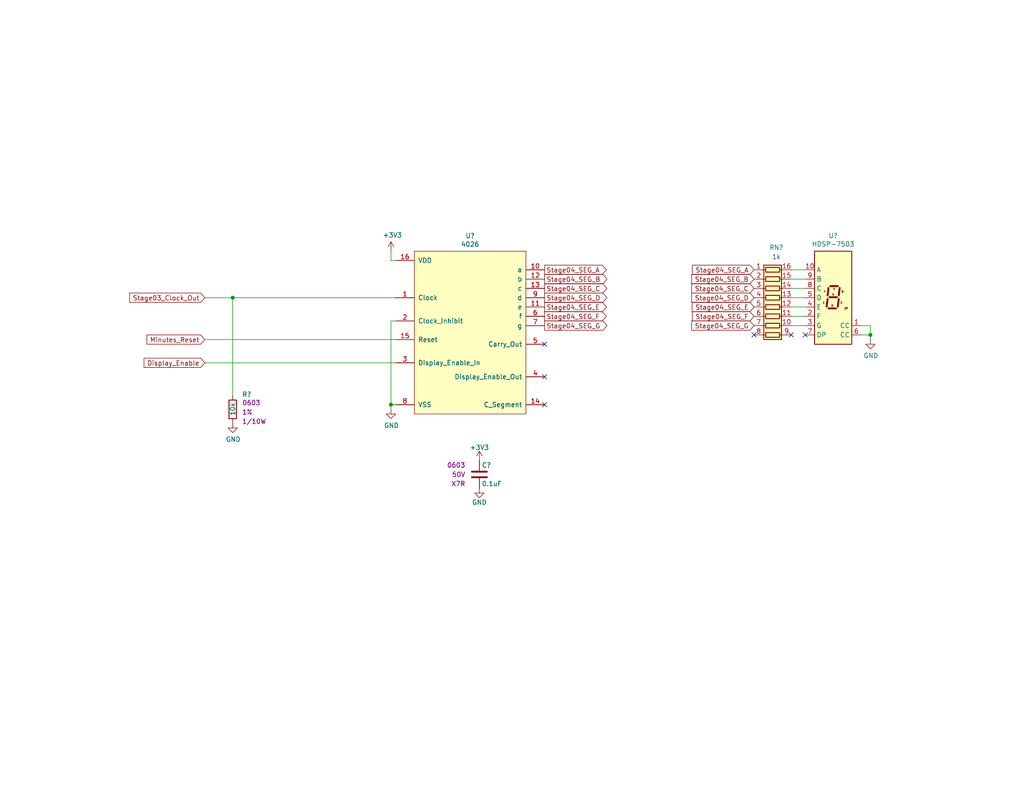
<source format=kicad_sch>
(kicad_sch (version 20230121) (generator eeschema)
  (paper "A")
  (title_block (title "Stopwatch") (date "2024-01-11") (rev "A") (company "Drew Maatman"))
  (lib_symbols
    (symbol "Custom_Library:4026" (pin_names (offset 1.016))
      (property "Reference" "U" (at 30.48 -43.18 0))
      (property "Value" "4026" (at 20.32 3.81 0))
      (symbol "4026_0_1"
        (rectangle (start 5.08 2.54) (end 35.56 -41.91) (fill (type background)))
      )
      (symbol "4026_1_1"
        (pin input line (at 0 -10.16 0) (length 5.08) (name "Clock") (number "1"))
        (pin output line (at 40.64 -2.54 180) (length 5.08) (name "a") (number "10"))
        (pin output line (at 40.64 -12.7 180) (length 5.08) (name "e") (number "11"))
        (pin output line (at 40.64 -5.08 180) (length 5.08) (name "b") (number "12"))
        (pin output line (at 40.64 -7.62 180) (length 5.08) (name "c") (number "13"))
        (pin output line (at 40.64 -39.37 180) (length 5.08) (name "C_Segment") (number "14"))
        (pin input line (at 0 -21.59 0) (length 5.08) (name "Reset") (number "15"))
        (pin power_in line (at 0 0 0) (length 5.08) (name "VDD") (number "16"))
        (pin input line (at 0 -16.51 0) (length 5.08) (name "Clock_Inhibit") (number "2"))
        (pin input line (at 0 -27.94 0) (length 5.08) (name "Display_Enable_In") (number "3"))
        (pin output line (at 40.64 -31.75 180) (length 5.08) (name "Display_Enable_Out") (number "4"))
        (pin output line (at 40.64 -22.86 180) (length 5.08) (name "Carry_Out") (number "5"))
        (pin output line (at 40.64 -15.24 180) (length 5.08) (name "f") (number "6"))
        (pin output line (at 40.64 -17.78 180) (length 5.08) (name "g") (number "7"))
        (pin power_in line (at 0 -39.37 0) (length 5.08) (name "VSS") (number "8"))
        (pin output line (at 40.64 -10.16 180) (length 5.08) (name "d") (number "9"))
      )
    )
    (symbol "Custom_Library:C_Custom" (pin_numbers hide) (pin_names (offset 0.254))
      (property "Reference" "C" (at 0.635 2.54 0))
      (property "Value" "C_Custom" (at 0.635 -2.54 0))
      (property "display_footprint" "Foot" (at -3.81 2.54 0))
      (property "Voltage" "V" (at -3.81 0 0))
      (property "Dielectric" "Er" (at -3.81 -2.54 0))
      (symbol "C_Custom_0_1"
        (polyline (pts (xy -2.032 -0.762) (xy 2.032 -0.762)) (stroke (width 0.508)))
        (polyline (pts (xy -2.032 0.762) (xy 2.032 0.762)) (stroke (width 0.508)))
      )
      (symbol "C_Custom_1_1"
        (pin passive line (at 0 3.81 270) (length 2.794) (name "~") (number "1"))
        (pin passive line (at 0 -3.81 90) (length 2.794) (name "~") (number "2"))
      )
    )
    (symbol "Custom_Library:R_Custom" (pin_numbers hide) (pin_names (offset 1.016) hide)
      (property "Reference" "R" (at -2.54 0 90))
      (property "Value" "R_Custom" (at 0 0 90))
      (property "display_footprint" "Foot" (at 2.54 0 90))
      (property "Tolerance" "Tol" (at 5.08 0 90))
      (property "Wattage" "W" (at 7.62 0 90))
      (symbol "R_Custom_0_1"
        (rectangle (start 1.016 2.54) (end -1.016 -2.54) (stroke (width 0.254)))
      )
      (symbol "R_Custom_1_1"
        (pin passive line (at 0 3.81 270) (length 1.27) (name "1") (number "1"))
        (pin passive line (at 0 -3.81 90) (length 1.27) (name "2") (number "2"))
      )
    )
    (symbol "Device:R_Pack08" (pin_names (offset 0) hide)
      (property "Reference" "RN" (at -12.7 0 90))
      (property "Value" "R_Pack08" (at 10.16 0 90))
      (symbol "R_Pack08_0_1"
        (rectangle (start -11.43 -2.413) (end 8.89 2.413) (stroke (width 0.254)) (fill (type background)))
        (rectangle (start -10.795 1.905) (end -9.525 -1.905) (stroke (width 0.254)))
        (rectangle (start -8.255 1.905) (end -6.985 -1.905) (stroke (width 0.254)))
        (rectangle (start -5.715 1.905) (end -4.445 -1.905) (stroke (width 0.254)))
        (rectangle (start -3.175 1.905) (end -1.905 -1.905) (stroke (width 0.254)))
        (rectangle (start -0.635 1.905) (end 0.635 -1.905) (stroke (width 0.254)))
        (polyline (pts (xy -10.16 -2.54) (xy -10.16 -1.905)))
        (polyline (pts (xy -10.16 1.905) (xy -10.16 2.54)))
        (polyline (pts (xy -7.62 -2.54) (xy -7.62 -1.905)))
        (polyline (pts (xy -7.62 1.905) (xy -7.62 2.54)))
        (polyline (pts (xy -5.08 -2.54) (xy -5.08 -1.905)))
        (polyline (pts (xy -5.08 1.905) (xy -5.08 2.54)))
        (polyline (pts (xy -2.54 -2.54) (xy -2.54 -1.905)))
        (polyline (pts (xy -2.54 1.905) (xy -2.54 2.54)))
        (polyline (pts (xy 0 -2.54) (xy 0 -1.905)))
        (polyline (pts (xy 0 1.905) (xy 0 2.54)))
        (polyline (pts (xy 2.54 -2.54) (xy 2.54 -1.905)))
        (polyline (pts (xy 2.54 1.905) (xy 2.54 2.54)))
        (polyline (pts (xy 5.08 -2.54) (xy 5.08 -1.905)))
        (polyline (pts (xy 5.08 1.905) (xy 5.08 2.54)))
        (polyline (pts (xy 7.62 -2.54) (xy 7.62 -1.905)))
        (polyline (pts (xy 7.62 1.905) (xy 7.62 2.54)))
        (rectangle (start 1.905 1.905) (end 3.175 -1.905) (stroke (width 0.254)))
        (rectangle (start 4.445 1.905) (end 5.715 -1.905) (stroke (width 0.254)))
        (rectangle (start 6.985 1.905) (end 8.255 -1.905) (stroke (width 0.254)))
      )
      (symbol "R_Pack08_1_1"
        (pin passive line (at -10.16 -5.08 90) (length 2.54) (name "R1.1") (number "1"))
        (pin passive line (at 5.08 5.08 270) (length 2.54) (name "R7.2") (number "10"))
        (pin passive line (at 2.54 5.08 270) (length 2.54) (name "R6.2") (number "11"))
        (pin passive line (at 0 5.08 270) (length 2.54) (name "R5.2") (number "12"))
        (pin passive line (at -2.54 5.08 270) (length 2.54) (name "R4.2") (number "13"))
        (pin passive line (at -5.08 5.08 270) (length 2.54) (name "R3.2") (number "14"))
        (pin passive line (at -7.62 5.08 270) (length 2.54) (name "R2.2") (number "15"))
        (pin passive line (at -10.16 5.08 270) (length 2.54) (name "R1.2") (number "16"))
        (pin passive line (at -7.62 -5.08 90) (length 2.54) (name "R2.1") (number "2"))
        (pin passive line (at -5.08 -5.08 90) (length 2.54) (name "R3.1") (number "3"))
        (pin passive line (at -2.54 -5.08 90) (length 2.54) (name "R4.1") (number "4"))
        (pin passive line (at 0 -5.08 90) (length 2.54) (name "R5.1") (number "5"))
        (pin passive line (at 2.54 -5.08 90) (length 2.54) (name "R6.1") (number "6"))
        (pin passive line (at 5.08 -5.08 90) (length 2.54) (name "R7.1") (number "7"))
        (pin passive line (at 7.62 -5.08 90) (length 2.54) (name "R8.1") (number "8"))
        (pin passive line (at 7.62 5.08 270) (length 2.54) (name "R8.2") (number "9"))
      )
    )
    (symbol "Display_Character:HDSP-7503"
      (property "Reference" "U" (at -3.81 13.97 0))
      (property "Value" "HDSP-7503" (at 6.35 13.97 0))
      (symbol "HDSP-7503_1_0"
        (text "A" (at 0.254 2.413 0) (effects (font (size 0.508 0.508))))
        (text "B" (at 2.54 1.651 0) (effects (font (size 0.508 0.508))))
        (text "C" (at 2.286 -1.397 0) (effects (font (size 0.508 0.508))))
        (text "D" (at -0.254 -2.159 0) (effects (font (size 0.508 0.508))))
        (text "DP" (at 3.556 -2.921 0) (effects (font (size 0.508 0.508))))
        (text "E" (at -2.54 -1.397 0) (effects (font (size 0.508 0.508))))
        (text "F" (at -2.286 1.651 0) (effects (font (size 0.508 0.508))))
        (text "G" (at 0 0.889 0) (effects (font (size 0.508 0.508))))
      )
      (symbol "HDSP-7503_1_1"
        (rectangle (start -5.08 12.7) (end 5.08 -12.7) (stroke (width 0.254)) (fill (type background)))
        (polyline (pts (xy -1.524 -0.381) (xy -1.778 -2.413)) (stroke (width 0.508)))
        (polyline (pts (xy -1.27 -2.921) (xy 0.762 -2.921)) (stroke (width 0.508)))
        (polyline (pts (xy -1.27 2.667) (xy -1.524 0.635)) (stroke (width 0.508)))
        (polyline (pts (xy -1.016 0.127) (xy 1.016 0.127)) (stroke (width 0.508)))
        (polyline (pts (xy -0.762 3.175) (xy 1.27 3.175)) (stroke (width 0.508)))
        (polyline (pts (xy 1.524 -0.381) (xy 1.27 -2.413)) (stroke (width 0.508)))
        (polyline (pts (xy 1.778 2.667) (xy 1.524 0.635)) (stroke (width 0.508)))
        (polyline (pts (xy 2.54 -2.921) (xy 2.54 -2.921)) (stroke (width 0.508)))
        (pin input line (at 7.62 -7.62 180) (length 2.54) (name "CC") (number "1"))
        (pin input line (at -7.62 7.62 0) (length 2.54) (name "A") (number "10"))
        (pin input line (at -7.62 -5.08 0) (length 2.54) (name "F") (number "2"))
        (pin input line (at -7.62 -7.62 0) (length 2.54) (name "G") (number "3"))
        (pin input line (at -7.62 -2.54 0) (length 2.54) (name "E") (number "4"))
        (pin input line (at -7.62 0 0) (length 2.54) (name "D") (number "5"))
        (pin input line (at 7.62 -10.16 180) (length 2.54) (name "CC") (number "6"))
        (pin input line (at -7.62 -10.16 0) (length 2.54) (name "DP") (number "7"))
        (pin input line (at -7.62 2.54 0) (length 2.54) (name "C") (number "8"))
        (pin input line (at -7.62 5.08 0) (length 2.54) (name "B") (number "9"))
      )
    )
    (symbol "Incrementor-rescue:+3.3V-power" (power) (pin_names (offset 0))
      (property "Value" "+3.3V-power" (at 0 3.556 0))
      (symbol "+3.3V-power_0_1"
        (polyline (pts (xy -0.762 1.27) (xy 0 2.54)))
        (polyline (pts (xy 0 0) (xy 0 2.54)))
        (polyline (pts (xy 0 2.54) (xy 0.762 1.27)))
      )
      (symbol "+3.3V-power_1_1"
        (pin power_in line (at 0 0 90) (length 0) hide (name "+3V3") (number "1"))
      )
    )
    (symbol "power:GND" (power) (pin_names (offset 0))
      (property "Value" "GND" (at 0 -3.81 0))
      (symbol "GND_0_1"
        (polyline (pts (xy 0 0) (xy 0 -1.27) (xy 1.27 -1.27) (xy 0 -2.54) (xy -1.27 -1.27) (xy 0 -1.27)))
      )
      (symbol "GND_1_1"
        (pin power_in line (at 0 0 270) (length 0) hide (name "GND") (number "1"))
      )
    )
  )
  (junction (at 106.68 110.49))
  (junction (at 237.49 91.44))
  (junction (at 63.5 81.28))
  (no_connect (at 148.59 93.98))
  (no_connect (at 148.59 110.49))
  (no_connect (at 219.71 91.44))
  (no_connect (at 205.74 91.44))
  (no_connect (at 148.59 102.87))
  (no_connect (at 215.9 91.44))
  (wire (pts (xy 215.9 83.82) (xy 219.71 83.82)))
  (wire (pts (xy 215.9 76.2) (xy 219.71 76.2)))
  (wire (pts (xy 55.88 92.71) (xy 107.95 92.71)))
  (wire (pts (xy 237.49 91.44) (xy 237.49 88.9)))
  (wire (pts (xy 106.68 68.58) (xy 106.68 71.12)))
  (wire (pts (xy 215.9 81.28) (xy 219.71 81.28)))
  (wire (pts (xy 55.88 99.06) (xy 107.95 99.06)))
  (wire (pts (xy 215.9 78.74) (xy 219.71 78.74)))
  (wire (pts (xy 106.68 111.76) (xy 106.68 110.49)))
  (wire (pts (xy 106.68 71.12) (xy 107.95 71.12)))
  (wire (pts (xy 106.68 87.63) (xy 106.68 110.49)))
  (wire (pts (xy 63.5 81.28) (xy 63.5 107.95)))
  (wire (pts (xy 107.95 81.28) (xy 63.5 81.28)))
  (wire (pts (xy 234.95 91.44) (xy 237.49 91.44)))
  (wire (pts (xy 215.9 86.36) (xy 219.71 86.36)))
  (wire (pts (xy 237.49 88.9) (xy 234.95 88.9)))
  (wire (pts (xy 107.95 87.63) (xy 106.68 87.63)))
  (wire (pts (xy 237.49 92.71) (xy 237.49 91.44)))
  (wire (pts (xy 215.9 88.9) (xy 219.71 88.9)))
  (wire (pts (xy 215.9 73.66) (xy 219.71 73.66)))
  (wire (pts (xy 106.68 110.49) (xy 107.95 110.49)))
  (wire (pts (xy 55.88 81.28) (xy 63.5 81.28)))
  (global_label "Stage04_SEG_G" (shape output) (at 148.59 88.9 0) (property "Intersheetrefs" "${INTERSHEET_REFS}" (effects hide)))
  (global_label "Minutes_Reset" (shape input) (at 55.88 92.71 180) (property "Intersheetrefs" "${INTERSHEET_REFS}" (effects hide)))
  (global_label "Stage04_SEG_B" (shape output) (at 148.59 76.2 0) (property "Intersheetrefs" "${INTERSHEET_REFS}" (effects hide)))
  (global_label "Stage04_SEG_E" (shape input) (at 205.74 83.82 180) (property "Intersheetrefs" "${INTERSHEET_REFS}" (effects hide)))
  (global_label "Stage04_SEG_G" (shape input) (at 205.74 88.9 180) (property "Intersheetrefs" "${INTERSHEET_REFS}" (effects hide)))
  (global_label "Stage03_Clock_Out" (shape input) (at 55.88 81.28 180) (property "Intersheetrefs" "${INTERSHEET_REFS}" (effects hide)))
  (global_label "Stage04_SEG_D" (shape output) (at 148.59 81.28 0) (property "Intersheetrefs" "${INTERSHEET_REFS}" (effects hide)))
  (global_label "Stage04_SEG_E" (shape output) (at 148.59 83.82 0) (property "Intersheetrefs" "${INTERSHEET_REFS}" (effects hide)))
  (global_label "Stage04_SEG_F" (shape input) (at 205.74 86.36 180) (property "Intersheetrefs" "${INTERSHEET_REFS}" (effects hide)))
  (global_label "Stage04_SEG_B" (shape input) (at 205.74 76.2 180) (property "Intersheetrefs" "${INTERSHEET_REFS}" (effects hide)))
  (global_label "Stage04_SEG_C" (shape output) (at 148.59 78.74 0) (property "Intersheetrefs" "${INTERSHEET_REFS}" (effects hide)))
  (global_label "Stage04_SEG_A" (shape input) (at 205.74 73.66 180) (property "Intersheetrefs" "${INTERSHEET_REFS}" (effects hide)))
  (global_label "Display_Enable" (shape input) (at 55.88 99.06 180) (property "Intersheetrefs" "${INTERSHEET_REFS}" (effects hide)))
  (global_label "Stage04_SEG_C" (shape input) (at 205.74 78.74 180) (property "Intersheetrefs" "${INTERSHEET_REFS}" (effects hide)))
  (global_label "Stage04_SEG_F" (shape output) (at 148.59 86.36 0) (property "Intersheetrefs" "${INTERSHEET_REFS}" (effects hide)))
  (global_label "Stage04_SEG_A" (shape output) (at 148.59 73.66 0) (property "Intersheetrefs" "${INTERSHEET_REFS}" (effects hide)))
  (global_label "Stage04_SEG_D" (shape input) (at 205.74 81.28 180) (property "Intersheetrefs" "${INTERSHEET_REFS}" (effects hide)))
  (symbol (lib_id "Custom_Library:R_Custom") (at 63.5 111.76 0) (unit 1)
    (property "Reference" "R?" (at 66.04 107.696 0) (effects (justify left)))
    (property "Value" "10k" (at 63.5 113.538 90) (effects (justify left)))
    (property "Footprint" "Resistors_SMD:R_0603" (effects hide))
    (property "display_footprint" "0603" (at 66.04 109.982 0) (effects (justify left)))
    (property "Tolerance" "1%" (at 66.04 112.522 0) (effects (justify left)))
    (property "Wattage" "1/10W" (at 66.04 115.062 0) (effects (justify left)))
    (property "Digi-Key PN" "RMCF0603FT10K0CT-ND" (effects hide))
  )
  (symbol (lib_id "Display_Character:HDSP-7503") (at 227.33 81.28 0) (unit 1)
    (property "Reference" "U?" (at 227.33 64.3382 0))
    (property "Value" "HDSP-7503" (at 227.33 66.6496 0))
    (property "Footprint" "Display_7Segment:HDSP-A151" (effects hide))
    (property "Datasheet" "https://docs.broadcom.com/docs/AV02-2553EN" (effects hide))
    (property "Digi-Key PN" "516-1203-5-ND" (effects hide))
  )
  (symbol (lib_id "power:GND") (at 63.5 115.57 0) (unit 1)
    (property "Reference" "#PWR?" (effects hide))
    (property "Value" "GND" (at 63.627 119.9642 0))
    (instances (project "Stopwatch" (path "" (reference "#PWR?") (unit 1)) (path "" (reference "#PWR083") (unit 1))))
  )
  (symbol (lib_id "Incrementor-rescue:+3.3V-power") (at 106.68 68.58 0) (unit 1)
    (property "Reference" "#PWR?" (effects hide))
    (property "Value" "+3.3V" (at 107.061 64.1858 0))
    (instances (project "Stopwatch" (path "" (reference "#PWR?") (unit 1)) (path "" (reference "#PWR084") (unit 1))))
  )
  (symbol (lib_id "power:GND") (at 106.68 111.76 0) (unit 1)
    (property "Reference" "#PWR?" (effects hide))
    (property "Value" "GND" (at 106.807 116.1542 0))
    (instances (project "Stopwatch" (path "" (reference "#PWR?") (unit 1)) (path "" (reference "#PWR085") (unit 1))))
  )
  (symbol (lib_id "power:GND") (at 130.81 133.35 0) (unit 1)
    (property "Reference" "#PWR?" (effects hide))
    (property "Value" "GND" (at 130.81 137.16 0))
    (instances (project "Stopwatch" (path "" (reference "#PWR?") (unit 1)) (path "" (reference "#PWR087") (unit 1))))
  )
  (symbol (lib_id "Custom_Library:C_Custom") (at 130.81 129.54 0) (unit 1)
    (property "Reference" "C?" (at 131.445 127 0) (effects (justify left)))
    (property "Value" "0.1uF" (at 131.445 132.08 0) (effects (justify left)))
    (property "Footprint" "Capacitors_SMD:C_0603" (effects hide))
    (property "display_footprint" "0603" (at 127 127 0) (effects (justify right)))
    (property "Voltage" "50V" (at 127 129.54 0) (effects (justify right)))
    (property "Dielectric" "X7R" (at 127 132.08 0) (effects (justify right)))
    (property "Digi-Key PN" "311-1344-1-ND" (effects hide))
  )
  (symbol (lib_id "Custom_Library:4026") (at 107.95 71.12 0) (unit 1)
    (property "Reference" "U?" (at 128.27 64.389 0))
    (property "Value" "4026" (at 128.27 66.7004 0))
    (property "Footprint" "Housings_SSOP:TSSOP-16_4.4x5mm_Pitch0.65mm" (effects hide))
    (property "Digi-Key PN" "296-32878-5-ND" (effects hide))
  )
  (symbol (lib_id "power:GND") (at 237.49 92.71 0) (unit 1)
    (property "Reference" "#PWR?" (effects hide))
    (property "Value" "GND" (at 237.617 97.1042 0))
    (instances (project "Stopwatch" (path "" (reference "#PWR?") (unit 1)) (path "" (reference "#PWR088") (unit 1))))
  )
  (symbol (lib_id "Incrementor-rescue:+3.3V-power") (at 130.81 125.73 0) (unit 1)
    (property "Reference" "#PWR?" (effects hide))
    (property "Value" "+3.3V" (at 130.81 122.174 0))
    (instances (project "Stopwatch" (path "" (reference "#PWR?") (unit 1)) (path "" (reference "#PWR086") (unit 1))))
  )
  (symbol (lib_id "Device:R_Pack08") (at 210.82 83.82 270) (unit 1)
    (property "Reference" "RN?" (at 211.836 67.564 90))
    (property "Value" "1k" (at 211.836 70.104 90))
    (property "Footprint" "Resistor_SMD:R_Cat16-8" (effects hide))
    (property "Digi-Key PN" "CAT16-102J8LFCT-ND" (effects hide))
  )
)
</source>
